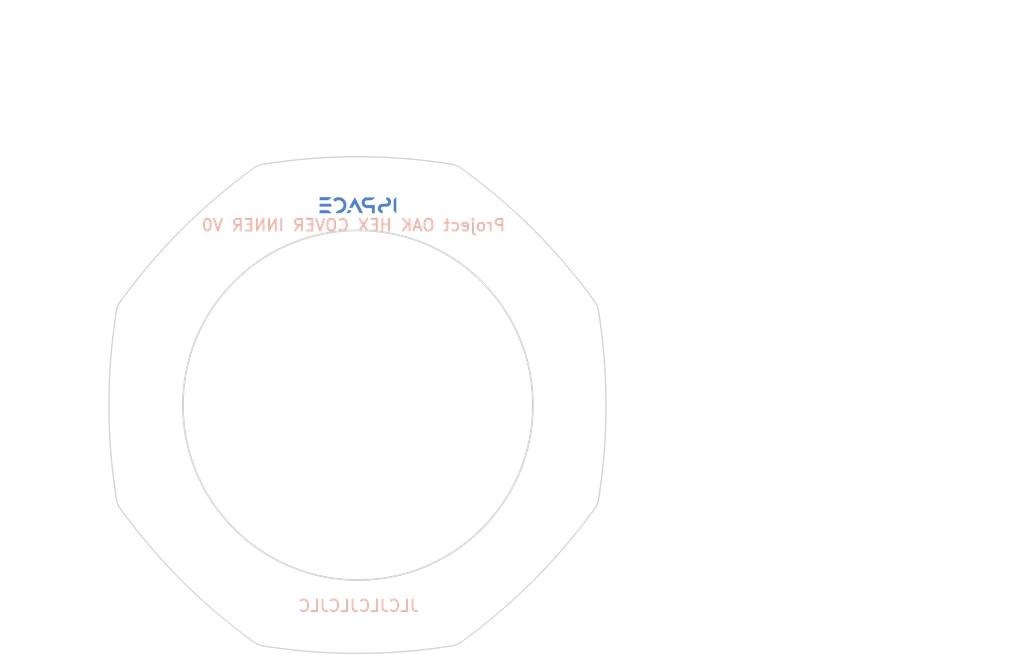
<source format=kicad_pcb>
(kicad_pcb (version 20171130) (host pcbnew "(5.1.6)-1")
  (title_block (title "Project OAK HEX COVER INNER V0") (date 2025-07-05) (rev A) (company iSPACE))
  (layers (0 F.Cu signal) (31 B.Cu signal) (34 B.Paste user hide) (35 F.Paste user hide) (36 B.SilkS user) (37 F.SilkS user) (38 B.Mask user) (39 F.Mask user) (44 Edge.Cuts user))
  (net 0 "")
  (module LOGO (layer F.Cu) (at 70.4596 93.472)
    (fp_text reference G*** hide)
    (fp_text value LOGO hide)
  )
  (module MountingHole:MountingHole_2.1mm (layer F.Cu) (at 87.63 86.36)
    (fp_text reference REF** hide)
    (fp_text value MountingHole_2.1mm hide)
    (pad "" np_thru_hole circle (at 0 0) (size 2.1 2.1) (drill 2.1) (layers *.Cu *.Mask))
  )
  (module MountingHole:MountingHole_2.1mm (layer F.Cu) (at 87.63 100.584)
    (fp_text reference REF** hide)
    (fp_text value MountingHole_2.1mm hide)
    (pad "" np_thru_hole circle (at 0 0) (size 2.1 2.1) (drill 2.1) (layers *.Cu *.Mask))
  )
  (module MountingHole:MountingHole_2.1mm (layer F.Cu) (at 77.5716 110.6424)
    (fp_text reference REF** hide)
    (fp_text value MountingHole_2.1mm hide)
    (pad "" np_thru_hole circle (at 0 0) (size 2.1 2.1) (drill 2.1) (layers *.Cu *.Mask))
  )
  (module MountingHole:MountingHole_2.1mm (layer F.Cu) (at 63.3476 110.6424)
    (fp_text reference REF** hide)
    (fp_text value MountingHole_2.1mm hide)
    (pad "" np_thru_hole circle (at 0 0) (size 2.1 2.1) (drill 2.1) (layers *.Cu *.Mask))
  )
  (module MountingHole:MountingHole_2.1mm (layer F.Cu) (at 53.2892 100.584)
    (fp_text reference REF** hide)
    (fp_text value MountingHole_2.1mm hide)
    (pad "" np_thru_hole circle (at 0 0) (size 2.1 2.1) (drill 2.1) (layers *.Cu *.Mask))
  )
  (module MountingHole:MountingHole_2.1mm (layer F.Cu) (at 53.2892 86.36)
    (fp_text reference REF** hide)
    (fp_text value MountingHole_2.1mm hide)
    (pad "" np_thru_hole circle (at 0 0) (size 2.1 2.1) (drill 2.1) (layers *.Cu *.Mask))
  )
  (module MountingHole:MountingHole_2.1mm (layer F.Cu) (at 63.3476 76.3016)
    (fp_text reference REF** hide)
    (fp_text value MountingHole_2.1mm hide)
    (pad "" np_thru_hole circle (at 0 0) (size 2.1 2.1) (drill 2.1) (layers *.Cu *.Mask))
  )
  (module MountingHole:MountingHole_2.1mm (layer F.Cu) (at 77.5716 76.3016)
    (fp_text reference REF** hide)
    (fp_text value MountingHole_2.1mm hide)
    (pad "" np_thru_hole circle (at 0 0) (size 2.1 2.1) (drill 2.1) (layers *.Cu *.Mask))
  )
  (module LOGO (layer F.Cu) (at 123.5456 93.98)
    (fp_text reference G*** hide)
    (fp_text value LOGO hide)
  )
  (module LOGO (layer F.Cu) (at 123.5456 93.98)
    (fp_text reference G*** hide)
    (fp_text value LOGO hide)
  )
  (module LOGO (layer F.Cu) (at 123.5456 93.98)
    (fp_text reference G*** hide)
    (fp_text value LOGO hide)
  )
  (module LOGO (layer B.Cu) (at 70.4596 76.3016 180)
    (fp_text reference G*** hide)
    (fp_text value LOGO hide)
  )
  (module LOGO (layer B.Cu) (at 70.4596 76.3016 180)
    (fp_text reference G*** hide)
    (fp_text value LOGO hide)
  )
  (module LOGO (layer B.Cu) (at 70.4596 76.3016 180)
    (fp_text reference G*** hide)
    (fp_text value LOGO hide)
  )
  (module LOGO (layer B.Cu) (at 70.4596 76.3016 180)
    (fp_text reference G*** hide)
    (fp_text value LOGO hide)
  )
  (module LOGO (layer B.Cu) (at 70.4596 76.3016 180)
    (fp_text reference G*** hide)
    (fp_text value LOGO hide)
  )
  (module LOGO (layer B.Cu) (at 70.4596 76.3016 180)
    (fp_text reference G*** hide)
    (fp_text value LOGO hide)
    (fp_poly (pts (xy -3.175 0.5715) (xy -3.070514 0.455084) (xy -3.071 -0.47625) (xy -3.175683 -0.592666) (xy -3.280366 -0.709083) (xy -3.279486 0.687917) (xy -3.175 0.5715)) (layer B.Cu) (width 0.01))
    (fp_poly (pts (xy -2.461962 0.654316) (xy -2.442655 0.641816) (xy -2.435326 0.608244) (xy -2.434167 0.543181) (xy -2.434167 0.53975) (xy -2.436869 0.470074) (xy -2.446549 0.434077) (xy -2.465567 0.423357) (xy -2.466879 0.423334) (xy -2.512004 0.405685) (xy -2.558075 0.362427) (xy -2.592589 0.308086) (xy -2.6035 0.264584) (xy -2.588825 0.211807) (xy -2.553334 0.159609) (xy -2.551546 0.157788) (xy -2.526299 0.135165) (xy -2.4986 0.120248) (xy -2.459462 0.111418) (xy -2.399895 0.107058) (xy -2.310914 0.105547) (xy -2.260504 0.105369) (xy -2.115805 0.100891) (xy -2.004761 0.086305) (xy -1.919349 0.058925) (xy -1.851545 0.016065) (xy -1.793326 -0.044961) (xy -1.786968 -0.053153) (xy -1.737039 -0.150338) (xy -1.714993 -0.265518) (xy -1.721929 -0.383906) (xy -1.755012 -0.483262) (xy -1.823728 -0.575141) (xy -1.920097 -0.646479) (xy -2.030861 -0.68762) (xy -2.037292 -0.688849) (xy -2.116667 -0.703211) (xy -2.116209 -0.579147) (xy -2.114481 -0.508818) (xy -2.106177 -0.467954) (xy -2.085621 -0.443695) (xy -2.047461 -0.423333) (xy -1.982443 -0.375893) (xy -1.953808 -0.3151) (xy -1.963871 -0.248256) (xy -1.982182 -0.217419) (xy -2.012482 -0.183008) (xy -2.048573 -0.159009) (xy -2.098417 -0.143498) (xy -2.169972 -0.134552) (xy -2.271198 -0.130247) (xy -2.347641 -0.129109) (xy -2.452168 -0.126921) (xy -2.52563 -0.121432) (xy -2.579275 -0.110706) (xy -2.624349 -0.092802) (xy -2.654785 -0.076158) (xy -2.748851 0.001861) (xy -2.809438 0.105054) (xy -2.835387 0.231255) (xy -2.836333 0.263225) (xy -2.825736 0.376581) (xy -2.790067 0.466306) (xy -2.723508 0.54647) (xy -2.716515 0.553039) (xy -2.634002 0.617734) (xy -2.557461 0.649909) (xy -2.499058 0.656167) (xy -2.461962 0.654316)) (layer B.Cu) (width 0.01))
    (fp_poly (pts (xy -0.916445 0.654957) (xy -0.794904 0.651561) (xy -0.696156 0.646328) (xy -0.627285 0.639607) (xy -0.599336 0.63374) (xy -0.510758 0.581269) (xy -0.43014 0.499195) (xy -0.368433 0.400144) (xy -0.346235 0.342013) (xy -0.324134 0.20512) (xy -0.342147 0.078179) (xy -0.401241 -0.044957) (xy -0.408668 -0.056153) (xy -0.46055 -0.124142) (xy -0.515534 -0.173981) (xy -0.581399 -0.20859) (xy -0.665926 -0.230891) (xy -0.776897 -0.243804) (xy -0.922091 -0.250249) (xy -0.926042 -0.250348) (xy -1.2065 -0.257279) (xy -1.2065 -0.6985) (xy -1.439333 -0.6985) (xy -1.439333 0) (xy -0.695244 0) (xy -0.633372 0.061872) (xy -0.58812 0.120779) (xy -0.572548 0.185754) (xy -0.572173 0.204747) (xy -0.581734 0.279257) (xy -0.614771 0.335758) (xy -0.676752 0.387264) (xy -0.70935 0.403746) (xy -0.755668 0.414541) (xy -0.824087 0.420666) (xy -0.922992 0.423139) (xy -0.973808 0.423334) (xy -1.21853 0.423334) (xy -1.3335 0.53975) (xy -1.448471 0.656167) (xy -1.053697 0.656167) (xy -0.916445 0.654957)) (layer B.Cu) (width 0.01))
    (fp_poly (pts (xy 1.745571 0.665007) (xy 1.813035 0.657643) (xy 1.868548 0.641462) (xy 1.927266 0.613264) (xy 1.941576 0.605432) (xy 2.008506 0.565021) (xy 2.064243 0.525573) (xy 2.088539 0.503998) (xy 2.106904 0.47969) (xy 2.107299 0.457236) (xy 2.085546 0.42629) (xy 2.037464 0.376504) (xy 1.948664 0.287704) (xy 1.900374 0.332942) (xy 1.808648 0.391714) (xy 1.698084 0.420836) (xy 1.581166 0.419137) (xy 1.470381 0.385443) (xy 1.450797 0.375181) (xy 1.347679 0.294588) (xy 1.27616 0.192206) (xy 1.237519 0.07579) (xy 1.233037 -0.046904) (xy 1.263994 -0.16812) (xy 1.33167 -0.280104) (xy 1.340851 -0.290888) (xy 1.406324 -0.350138) (xy 1.486121 -0.400961) (xy 1.564999 -0.434845) (xy 1.61512 -0.444035) (xy 1.651056 -0.455103) (xy 1.704523 -0.483157) (xy 1.76552 -0.52134) (xy 1.824043 -0.562798) (xy 1.870092 -0.600675) (xy 1.893663 -0.628113) (xy 1.894211 -0.635333) (xy 1.879919 -0.646728) (xy 1.847254 -0.657433) (xy 1.78863 -0.669266) (xy 1.696464 -0.684051) (xy 1.68275 -0.686116) (xy 1.636459 -0.686633) (xy 1.569906 -0.68045) (xy 1.542172 -0.676397) (xy 1.401283 -0.637579) (xy 1.276537 -0.567115) (xy 1.183074 -0.486193) (xy 1.087205 -0.366948) (xy 1.026693 -0.232912) (xy 0.999489 -0.078339) (xy 0.998513 0.03175) (xy 1.016423 0.182869) (xy 1.058926 0.308223) (xy 1.131001 0.419563) (xy 1.190335 0.484353) (xy 1.292335 0.571976) (xy 1.394768 0.628165) (xy 1.510588 0.658046) (xy 1.651 0.66675) (xy 1.745571 0.665007)) (layer B.Cu) (width 0.01))
    (fp_poly (pts (xy 3.280833 -0.6985) (xy 2.783417 -0.6985) (xy 2.617896 -0.697992) (xy 2.490734 -0.696327) (xy 2.397967 -0.693295) (xy 2.335632 -0.688685) (xy 2.299765 -0.682286) (xy 2.286401 -0.673887) (xy 2.286079 -0.672041) (xy 2.30158 -0.646808) (xy 2.342464 -0.604411) (xy 2.400426 -0.553322) (xy 2.410564 -0.545041) (xy 2.534971 -0.4445) (xy 3.280833 -0.4445) (xy 3.280833 -0.6985)) (layer B.Cu) (width 0.01))
    (fp_poly (pts (xy 0.281861 0.633073) (xy 0.312312 0.583928) (xy 0.355983 0.50723) (xy 0.409992 0.408121) (xy 0.471459 0.291744) (xy 0.513113 0.211101) (xy 0.740475 -0.232833) (xy 0.453934 -0.232833) (xy 0.271564 0.134887) (xy 0.066208 -0.265931) (xy -0.139148 -0.66675) (xy -0.427838 -0.67937) (xy -0.089283 -0.017681) (xy -0.010004 0.136438) (xy 0.063708 0.278145) (xy 0.129541 0.403123) (xy 0.185188 0.507054) (xy 0.228338 0.585619) (xy 0.256684 0.6345) (xy 0.267511 0.649521) (xy 0.281861 0.633073)) (layer B.Cu) (width 0.01))
    (fp_poly (pts (xy 0.899227 -0.549629) (xy 0.928497 -0.609261) (xy 0.947847 -0.652264) (xy 0.9525 -0.666046) (xy 0.933212 -0.671857) (xy 0.882849 -0.675932) (xy 0.81828 -0.677333) (xy 0.684061 -0.677333) (xy 0.62778 -0.573927) (xy 0.596808 -0.514859) (xy 0.576367 -0.471729) (xy 0.5715 -0.45751) (xy 0.590807 -0.450876) (xy 0.641313 -0.446189) (xy 0.708727 -0.4445) (xy 0.845953 -0.4445) (xy 0.899227 -0.549629)) (layer B.Cu) (width 0.01))
    (fp_poly (pts (xy 3.280833 -0.127) (xy 2.286 -0.127) (xy 2.286 0.105834) (xy 3.280833 0.105834) (xy 3.280833 -0.127)) (layer B.Cu) (width 0.01))
    (fp_poly (pts (xy 3.280833 0.423334) (xy 2.529417 0.424984) (xy 2.40742 0.535284) (xy 2.349687 0.589418) (xy 2.306789 0.633333) (xy 2.286411 0.659062) (xy 2.285712 0.661459) (xy 2.305987 0.665928) (xy 2.362745 0.669911) (xy 2.450135 0.67322) (xy 2.562307 0.675669) (xy 2.693412 0.677072) (xy 2.783417 0.677334) (xy 3.280833 0.677334) (xy 3.280833 0.423334)) (layer B.Cu) (width 0.01))
  )
  (module LOGO (layer B.Cu) (at 70.4596 76.3016 180)
    (fp_text reference G*** hide)
    (fp_text value LOGO hide)
  )
  (gr_circle (center 70.4596 93.472) (end 85.4596 93.472) (layer Edge.Cuts) (width 0.15))
  (gr_text JLCJLCJLCJLC (at 70.5231 110.6805) (layer B.SilkS) (effects (font (size 1 1)) (justify mirror)))
  (gr_text "Project OAK HEX COVER INNER V0" (at 70.0786 78.0288) (layer B.SilkS) (effects (font (size 1 1) (thickness 0.16)) (justify mirror)))
  (gr_line (start 70.406467 72.153422) (end 69.888943 72.156411) (layer Edge.Cuts) (width 0.1))
  (gr_line (start 69.888943 72.156411) (end 69.371472 72.164666) (layer Edge.Cuts) (width 0.1))
  (gr_line (start 69.371472 72.164666) (end 68.854053 72.178134) (layer Edge.Cuts) (width 0.1))
  (gr_line (start 68.854053 72.178134) (end 68.33674 72.196866) (layer Edge.Cuts) (width 0.1))
  (gr_line (start 68.33674 72.196866) (end 67.819586 72.220837) (layer Edge.Cuts) (width 0.1))
  (gr_line (start 67.819586 72.220837) (end 67.302644 72.250047) (layer Edge.Cuts) (width 0.1))
  (gr_line (start 67.302644 72.250047) (end 66.78594 72.284496) (layer Edge.Cuts) (width 0.1))
  (gr_line (start 66.78594 72.284496) (end 66.2695 72.324184) (layer Edge.Cuts) (width 0.1))
  (gr_line (start 66.2695 72.324184) (end 65.753405 72.36911) (layer Edge.Cuts) (width 0.1))
  (gr_line (start 65.753405 72.36911) (end 65.237653 72.419275) (layer Edge.Cuts) (width 0.1))
  (gr_line (start 65.237653 72.419275) (end 64.722325 72.474705) (layer Edge.Cuts) (width 0.1))
  (gr_line (start 64.722325 72.474705) (end 64.20742 72.535347) (layer Edge.Cuts) (width 0.1))
  (gr_line (start 64.20742 72.535347) (end 63.693044 72.601255) (layer Edge.Cuts) (width 0.1))
  (gr_line (start 63.693044 72.601255) (end 63.179171 72.672375) (layer Edge.Cuts) (width 0.1))
  (gr_line (start 63.179171 72.672375) (end 62.665906 72.74876) (layer Edge.Cuts) (width 0.1))
  (gr_line (start 62.665906 72.74876) (end 62.153224 72.830384) (layer Edge.Cuts) (width 0.1))
  (gr_line (start 62.153224 72.830384) (end 62.133089 72.831416) (layer Edge.Cuts) (width 0.1))
  (gr_line (start 62.133089 72.831416) (end 62.109832 72.839168) (layer Edge.Cuts) (width 0.1))
  (gr_line (start 62.109832 72.839168) (end 61.687637 73.014851) (layer Edge.Cuts) (width 0.1))
  (gr_line (start 61.687637 73.014851) (end 61.660227 73.032949) (layer Edge.Cuts) (width 0.1))
  (gr_line (start 61.660227 73.032949) (end 61.658163 73.03451) (layer Edge.Cuts) (width 0.1))
  (gr_line (start 61.658163 73.03451) (end 61.238031 73.340129) (layer Edge.Cuts) (width 0.1))
  (gr_line (start 61.238031 73.340129) (end 60.821154 73.64985) (layer Edge.Cuts) (width 0.1))
  (gr_line (start 60.821154 73.64985) (end 60.407611 73.963699) (layer Edge.Cuts) (width 0.1))
  (gr_line (start 60.407611 73.963699) (end 59.997375 74.281622) (layer Edge.Cuts) (width 0.1))
  (gr_line (start 59.997375 74.281622) (end 59.590526 74.603593) (layer Edge.Cuts) (width 0.1))
  (gr_line (start 59.590526 74.603593) (end 59.18709 74.929585) (layer Edge.Cuts) (width 0.1))
  (gr_line (start 59.18709 74.929585) (end 58.787067 75.259547) (layer Edge.Cuts) (width 0.1))
  (gr_line (start 58.787067 75.259547) (end 58.390483 75.593503) (layer Edge.Cuts) (width 0.1))
  (gr_line (start 58.390483 75.593503) (end 57.997419 75.931376) (layer Edge.Cuts) (width 0.1))
  (gr_line (start 57.997419 75.931376) (end 57.607847 76.273164) (layer Edge.Cuts) (width 0.1))
  (gr_line (start 57.607847 76.273164) (end 57.22182 76.618815) (layer Edge.Cuts) (width 0.1))
  (gr_line (start 57.22182 76.618815) (end 56.839366 76.96833) (layer Edge.Cuts) (width 0.1))
  (gr_line (start 56.839366 76.96833) (end 56.460509 77.321654) (layer Edge.Cuts) (width 0.1))
  (gr_line (start 56.460509 77.321654) (end 56.085277 77.678788) (layer Edge.Cuts) (width 0.1))
  (gr_line (start 56.085277 77.678788) (end 55.713697 78.039679) (layer Edge.Cuts) (width 0.1))
  (gr_line (start 55.713697 78.039679) (end 55.345821 78.404301) (layer Edge.Cuts) (width 0.1))
  (gr_line (start 55.345821 78.404301) (end 54.981649 78.772627) (layer Edge.Cuts) (width 0.1))
  (gr_line (start 54.981649 78.772627) (end 54.621234 79.144657) (layer Edge.Cuts) (width 0.1))
  (gr_line (start 54.621234 79.144657) (end 54.264576 79.520338) (layer Edge.Cuts) (width 0.1))
  (gr_line (start 54.264576 79.520338) (end 53.911728 79.899618) (layer Edge.Cuts) (width 0.1))
  (gr_line (start 53.911728 79.899618) (end 53.56269 80.282523) (layer Edge.Cuts) (width 0.1))
  (gr_line (start 53.56269 80.282523) (end 53.217542 80.668973) (layer Edge.Cuts) (width 0.1))
  (gr_line (start 53.217542 80.668973) (end 52.876256 81.058994) (layer Edge.Cuts) (width 0.1))
  (gr_line (start 52.876256 81.058994) (end 52.538886 81.452509) (layer Edge.Cuts) (width 0.1))
  (gr_line (start 52.538886 81.452509) (end 52.205485 81.849489) (layer Edge.Cuts) (width 0.1))
  (gr_line (start 52.205485 81.849489) (end 51.876053 82.249962) (layer Edge.Cuts) (width 0.1))
  (gr_line (start 51.876053 82.249962) (end 51.550611 82.653848) (layer Edge.Cuts) (width 0.1))
  (gr_line (start 51.550611 82.653848) (end 51.229206 83.06112) (layer Edge.Cuts) (width 0.1))
  (gr_line (start 51.229206 83.06112) (end 50.911862 83.47178) (layer Edge.Cuts) (width 0.1))
  (gr_line (start 50.911862 83.47178) (end 50.598607 83.885773) (layer Edge.Cuts) (width 0.1))
  (gr_line (start 50.598607 83.885773) (end 50.28947 84.3031) (layer Edge.Cuts) (width 0.1))
  (gr_line (start 50.28947 84.3031) (end 49.98448 84.723681) (layer Edge.Cuts) (width 0.1))
  (gr_line (start 49.98448 84.723681) (end 49.980864 84.729369) (layer Edge.Cuts) (width 0.1))
  (gr_line (start 49.980864 84.729369) (end 49.964843 84.755219) (layer Edge.Cuts) (width 0.1))
  (gr_line (start 49.964843 84.755219) (end 49.79121 85.176885) (layer Edge.Cuts) (width 0.1))
  (gr_line (start 49.79121 85.176885) (end 49.784493 85.210487) (layer Edge.Cuts) (width 0.1))
  (gr_line (start 49.784493 85.210487) (end 49.783458 85.214085) (layer Edge.Cuts) (width 0.1))
  (gr_line (start 49.783458 85.214085) (end 49.702467 85.727297) (layer Edge.Cuts) (width 0.1))
  (gr_line (start 49.702467 85.727297) (end 49.626722 86.241064) (layer Edge.Cuts) (width 0.1))
  (gr_line (start 49.626722 86.241064) (end 49.556226 86.755414) (layer Edge.Cuts) (width 0.1))
  (gr_line (start 49.556226 86.755414) (end 49.49098 87.270266) (layer Edge.Cuts) (width 0.1))
  (gr_line (start 49.49098 87.270266) (end 49.430981 87.78562) (layer Edge.Cuts) (width 0.1))
  (gr_line (start 49.430981 87.78562) (end 49.376233 88.301372) (layer Edge.Cuts) (width 0.1))
  (gr_line (start 49.376233 88.301372) (end 49.326731 88.817547) (layer Edge.Cuts) (width 0.1))
  (gr_line (start 49.326731 88.817547) (end 49.282479 89.334066) (layer Edge.Cuts) (width 0.1))
  (gr_line (start 49.282479 89.334066) (end 49.243476 89.850902) (layer Edge.Cuts) (width 0.1))
  (gr_line (start 49.243476 89.850902) (end 49.209723 90.36803) (layer Edge.Cuts) (width 0.1))
  (gr_line (start 49.209723 90.36803) (end 49.181218 90.885369) (layer Edge.Cuts) (width 0.1))
  (gr_line (start 49.181218 90.885369) (end 49.157963 91.40292) (layer Edge.Cuts) (width 0.1))
  (gr_line (start 49.157963 91.40292) (end 49.139957 91.920629) (layer Edge.Cuts) (width 0.1))
  (gr_line (start 49.139957 91.920629) (end 49.1272 92.438445) (layer Edge.Cuts) (width 0.1))
  (gr_line (start 49.1272 92.438445) (end 49.119694 92.95626) (layer Edge.Cuts) (width 0.1))
  (gr_line (start 49.119694 92.95626) (end 49.117436 93.474314) (layer Edge.Cuts) (width 0.1))
  (gr_line (start 49.117436 93.474314) (end 49.120429 93.992103) (layer Edge.Cuts) (width 0.1))
  (gr_line (start 49.120429 93.992103) (end 49.128671 94.510156) (layer Edge.Cuts) (width 0.1))
  (gr_line (start 49.128671 94.510156) (end 49.142163 95.027945) (layer Edge.Cuts) (width 0.1))
  (gr_line (start 49.142163 95.027945) (end 49.160905 95.545469) (layer Edge.Cuts) (width 0.1))
  (gr_line (start 49.160905 95.545469) (end 49.184897 96.062994) (layer Edge.Cuts) (width 0.1))
  (gr_line (start 49.184897 96.062994) (end 49.21414 96.580518) (layer Edge.Cuts) (width 0.1))
  (gr_line (start 49.21414 96.580518) (end 49.248632 97.097513) (layer Edge.Cuts) (width 0.1))
  (gr_line (start 49.248632 97.097513) (end 49.288375 97.614244) (layer Edge.Cuts) (width 0.1))
  (gr_line (start 49.288375 97.614244) (end 49.333369 98.13071) (layer Edge.Cuts) (width 0.1))
  (gr_line (start 49.333369 98.13071) (end 49.383612 98.646911) (layer Edge.Cuts) (width 0.1))
  (gr_line (start 49.383612 98.646911) (end 49.439109 99.162584) (layer Edge.Cuts) (width 0.1))
  (gr_line (start 49.439109 99.162584) (end 49.499854 99.677727) (layer Edge.Cuts) (width 0.1))
  (gr_line (start 49.499854 99.677727) (end 49.565849 100.192605) (layer Edge.Cuts) (width 0.1))
  (gr_line (start 49.565849 100.192605) (end 49.637096 100.70669) (layer Edge.Cuts) (width 0.1))
  (gr_line (start 49.637096 100.70669) (end 49.713595 101.22051) (layer Edge.Cuts) (width 0.1))
  (gr_line (start 49.713595 101.22051) (end 49.795343 101.733537) (layer Edge.Cuts) (width 0.1))
  (gr_line (start 49.795343 101.733537) (end 49.803095 101.768726) (layer Edge.Cuts) (width 0.1))
  (gr_line (start 49.803095 101.768726) (end 49.978794 102.188884) (layer Edge.Cuts) (width 0.1))
  (gr_line (start 49.978794 102.188884) (end 49.993265 102.21349) (layer Edge.Cuts) (width 0.1))
  (gr_line (start 49.993265 102.21349) (end 49.998432 102.221692) (layer Edge.Cuts) (width 0.1))
  (gr_line (start 49.998432 102.221692) (end 50.304041 102.64185) (layer Edge.Cuts) (width 0.1))
  (gr_line (start 50.304041 102.64185) (end 50.61378 103.058833) (layer Edge.Cuts) (width 0.1))
  (gr_line (start 50.61378 103.058833) (end 50.927626 103.472376) (layer Edge.Cuts) (width 0.1))
  (gr_line (start 50.927626 103.472376) (end 51.245546 103.88248) (layer Edge.Cuts) (width 0.1))
  (gr_line (start 51.245546 103.88248) (end 51.567512 104.289408) (layer Edge.Cuts) (width 0.1))
  (gr_line (start 51.567512 104.289408) (end 51.893489 104.692897) (layer Edge.Cuts) (width 0.1))
  (gr_line (start 51.893489 104.692897) (end 52.223477 105.092947) (layer Edge.Cuts) (width 0.1))
  (gr_line (start 52.223477 105.092947) (end 52.557407 105.489557) (layer Edge.Cuts) (width 0.1))
  (gr_line (start 52.557407 105.489557) (end 52.895306 105.882463) (layer Edge.Cuts) (width 0.1))
  (gr_line (start 52.895306 105.882463) (end 53.237068 106.272193) (layer Edge.Cuts) (width 0.1))
  (gr_line (start 53.237068 106.272193) (end 53.582746 106.65822) (layer Edge.Cuts) (width 0.1))
  (gr_line (start 53.582746 106.65822) (end 53.93226 107.040542) (layer Edge.Cuts) (width 0.1))
  (gr_line (start 53.93226 107.040542) (end 54.285584 107.419425) (layer Edge.Cuts) (width 0.1))
  (gr_line (start 54.285584 107.419425) (end 54.642718 107.794604) (layer Edge.Cuts) (width 0.1))
  (gr_line (start 54.642718 107.794604) (end 55.003609 108.166343) (layer Edge.Cuts) (width 0.1))
  (gr_line (start 55.003609 108.166343) (end 55.368231 108.534113) (layer Edge.Cuts) (width 0.1))
  (gr_line (start 55.368231 108.534113) (end 55.736584 108.89818) (layer Edge.Cuts) (width 0.1))
  (gr_line (start 55.736584 108.89818) (end 56.108587 109.258806) (layer Edge.Cuts) (width 0.1))
  (gr_line (start 56.108587 109.258806) (end 56.484269 109.615464) (layer Edge.Cuts) (width 0.1))
  (gr_line (start 56.484269 109.615464) (end 56.863575 109.968153) (layer Edge.Cuts) (width 0.1))
  (gr_line (start 56.863575 109.968153) (end 57.246453 110.317138) (layer Edge.Cuts) (width 0.1))
  (gr_line (start 57.246453 110.317138) (end 57.632929 110.662419) (layer Edge.Cuts) (width 0.1))
  (gr_line (start 57.632929 110.662419) (end 58.022925 111.003731) (layer Edge.Cuts) (width 0.1))
  (gr_line (start 58.022925 111.003731) (end 58.416439 111.341074) (layer Edge.Cuts) (width 0.1))
  (gr_line (start 58.416439 111.341074) (end 58.813446 111.674449) (layer Edge.Cuts) (width 0.1))
  (gr_line (start 58.813446 111.674449) (end 59.213892 112.003855) (layer Edge.Cuts) (width 0.1))
  (gr_line (start 59.213892 112.003855) (end 59.617778 112.329292) (layer Edge.Cuts) (width 0.1))
  (gr_line (start 59.617778 112.329292) (end 60.025077 112.65076) (layer Edge.Cuts) (width 0.1))
  (gr_line (start 60.025077 112.65076) (end 60.43571 112.967995) (layer Edge.Cuts) (width 0.1))
  (gr_line (start 60.43571 112.967995) (end 60.849729 113.281262) (layer Edge.Cuts) (width 0.1))
  (gr_line (start 60.849729 113.281262) (end 61.26703 113.590559) (layer Edge.Cuts) (width 0.1))
  (gr_line (start 61.26703 113.590559) (end 61.687637 113.895359) (layer Edge.Cuts) (width 0.1))
  (gr_line (start 61.687637 113.895359) (end 61.713461 113.908852) (layer Edge.Cuts) (width 0.1))
  (gr_line (start 61.713461 113.908852) (end 61.714492 113.909382) (layer Edge.Cuts) (width 0.1))
  (gr_line (start 61.714492 113.909382) (end 61.719149 113.911498) (layer Edge.Cuts) (width 0.1))
  (gr_line (start 61.719149 113.911498) (end 62.140815 114.087181) (layer Edge.Cuts) (width 0.1))
  (gr_line (start 62.140815 114.087181) (end 62.167194 114.09459) (layer Edge.Cuts) (width 0.1))
  (gr_line (start 62.167194 114.09459) (end 62.168226 114.09459) (layer Edge.Cuts) (width 0.1))
  (gr_line (start 62.168226 114.09459) (end 62.178042 114.097236) (layer Edge.Cuts) (width 0.1))
  (gr_line (start 62.178042 114.097236) (end 62.691227 114.178198) (layer Edge.Cuts) (width 0.1))
  (gr_line (start 62.691227 114.178198) (end 63.205021 114.253869) (layer Edge.Cuts) (width 0.1))
  (gr_line (start 63.205021 114.253869) (end 63.719344 114.324512) (layer Edge.Cuts) (width 0.1))
  (gr_line (start 63.719344 114.324512) (end 64.234222 114.3896) (layer Edge.Cuts) (width 0.1))
  (gr_line (start 64.234222 114.3896) (end 64.749551 114.44966) (layer Edge.Cuts) (width 0.1))
  (gr_line (start 64.749551 114.44966) (end 65.265329 114.504429) (layer Edge.Cuts) (width 0.1))
  (gr_line (start 65.265329 114.504429) (end 65.781477 114.553906) (layer Edge.Cuts) (width 0.1))
  (gr_line (start 65.781477 114.553906) (end 66.297996 114.598091) (layer Edge.Cuts) (width 0.1))
  (gr_line (start 66.297996 114.598091) (end 66.814859 114.637249) (layer Edge.Cuts) (width 0.1))
  (gr_line (start 66.814859 114.637249) (end 67.33196 114.670851) (layer Edge.Cuts) (width 0.1))
  (gr_line (start 67.33196 114.670851) (end 67.849326 114.699426) (layer Edge.Cuts) (width 0.1))
  (gr_line (start 67.849326 114.699426) (end 68.366876 114.72271) (layer Edge.Cuts) (width 0.1))
  (gr_line (start 68.366876 114.72271) (end 68.884559 114.740701) (layer Edge.Cuts) (width 0.1))
  (gr_line (start 68.884559 114.740701) (end 69.402401 114.753401) (layer Edge.Cuts) (width 0.1))
  (gr_line (start 69.402401 114.753401) (end 69.920296 114.76081) (layer Edge.Cuts) (width 0.1))
  (gr_line (start 69.920296 114.76081) (end 70.438217 114.763191) (layer Edge.Cuts) (width 0.1))
  (gr_line (start 70.438217 114.763191) (end 70.956165 114.760281) (layer Edge.Cuts) (width 0.1))
  (gr_line (start 70.956165 114.760281) (end 71.474033 114.752078) (layer Edge.Cuts) (width 0.1))
  (gr_line (start 71.474033 114.752078) (end 71.991849 114.738585) (layer Edge.Cuts) (width 0.1))
  (gr_line (start 71.991849 114.738585) (end 72.509505 114.719799) (layer Edge.Cuts) (width 0.1))
  (gr_line (start 72.509505 114.719799) (end 73.02703 114.695722) (layer Edge.Cuts) (width 0.1))
  (gr_line (start 73.02703 114.695722) (end 73.544342 114.666618) (layer Edge.Cuts) (width 0.1))
  (gr_line (start 73.544342 114.666618) (end 74.061417 114.631958) (layer Edge.Cuts) (width 0.1))
  (gr_line (start 74.061417 114.631958) (end 74.5782 114.59227) (layer Edge.Cuts) (width 0.1))
  (gr_line (start 74.5782 114.59227) (end 75.09464 114.547291) (layer Edge.Cuts) (width 0.1))
  (gr_line (start 75.09464 114.547291) (end 75.610762 114.49702) (layer Edge.Cuts) (width 0.1))
  (gr_line (start 75.610762 114.49702) (end 76.126434 114.441458) (layer Edge.Cuts) (width 0.1))
  (gr_line (start 76.126434 114.441458) (end 76.641577 114.380868) (layer Edge.Cuts) (width 0.1))
  (gr_line (start 76.641577 114.380868) (end 77.156456 114.314723) (layer Edge.Cuts) (width 0.1))
  (gr_line (start 77.156456 114.314723) (end 77.670805 114.24355) (layer Edge.Cuts) (width 0.1))
  (gr_line (start 77.670805 114.24355) (end 78.184361 114.167085) (layer Edge.Cuts) (width 0.1))
  (gr_line (start 78.184361 114.167085) (end 78.697387 114.085329) (layer Edge.Cuts) (width 0.1))
  (gr_line (start 78.697387 114.085329) (end 78.711939 114.081625) (layer Edge.Cuts) (width 0.1))
  (gr_line (start 78.711939 114.081625) (end 78.712469 114.081625) (layer Edge.Cuts) (width 0.1))
  (gr_line (start 78.712469 114.081625) (end 78.732577 114.07554) (layer Edge.Cuts) (width 0.1))
  (gr_line (start 78.732577 114.07554) (end 79.154322 113.899857) (layer Edge.Cuts) (width 0.1))
  (gr_line (start 79.154322 113.899857) (end 79.16517 113.894565) (layer Edge.Cuts) (width 0.1))
  (gr_line (start 79.16517 113.894565) (end 79.166758 113.893507) (layer Edge.Cuts) (width 0.1))
  (gr_line (start 79.166758 113.893507) (end 79.187924 113.88213) (layer Edge.Cuts) (width 0.1))
  (gr_line (start 79.187924 113.88213) (end 79.608082 113.576536) (layer Edge.Cuts) (width 0.1))
  (gr_line (start 79.608082 113.576536) (end 80.0248 113.266709) (layer Edge.Cuts) (width 0.1))
  (gr_line (start 80.0248 113.266709) (end 80.438343 112.952914) (layer Edge.Cuts) (width 0.1))
  (gr_line (start 80.438343 112.952914) (end 80.848712 112.63515) (layer Edge.Cuts) (width 0.1))
  (gr_line (start 80.848712 112.63515) (end 81.255376 112.313152) (layer Edge.Cuts) (width 0.1))
  (gr_line (start 81.255376 112.313152) (end 81.658865 111.987186) (layer Edge.Cuts) (width 0.1))
  (gr_line (start 81.658865 111.987186) (end 82.05865 111.657251) (layer Edge.Cuts) (width 0.1))
  (gr_line (start 82.05865 111.657251) (end 82.45526 111.323083) (layer Edge.Cuts) (width 0.1))
  (gr_line (start 82.45526 111.323083) (end 82.848165 110.98521) (layer Edge.Cuts) (width 0.1))
  (gr_line (start 82.848165 110.98521) (end 83.237632 110.643634) (layer Edge.Cuts) (width 0.1))
  (gr_line (start 83.237632 110.643634) (end 83.623658 110.297824) (layer Edge.Cuts) (width 0.1))
  (gr_line (start 83.623658 110.297824) (end 84.005981 109.948309) (layer Edge.Cuts) (width 0.1))
  (gr_line (start 84.005981 109.948309) (end 84.384864 109.595091) (layer Edge.Cuts) (width 0.1))
  (gr_line (start 84.384864 109.595091) (end 84.760042 109.237904) (layer Edge.Cuts) (width 0.1))
  (gr_line (start 84.760042 109.237904) (end 85.131517 108.877013) (layer Edge.Cuts) (width 0.1))
  (gr_line (start 85.131517 108.877013) (end 85.499287 108.512418) (layer Edge.Cuts) (width 0.1))
  (gr_line (start 85.499287 108.512418) (end 85.863353 108.144118) (layer Edge.Cuts) (width 0.1))
  (gr_line (start 85.863353 108.144118) (end 86.223715 107.772114) (layer Edge.Cuts) (width 0.1))
  (gr_line (start 86.223715 107.772114) (end 86.580109 107.396406) (layer Edge.Cuts) (width 0.1))
  (gr_line (start 86.580109 107.396406) (end 86.932798 107.016994) (layer Edge.Cuts) (width 0.1))
  (gr_line (start 86.932798 107.016994) (end 87.281783 106.634143) (layer Edge.Cuts) (width 0.1))
  (gr_line (start 87.281783 106.634143) (end 87.626799 106.247587) (layer Edge.Cuts) (width 0.1))
  (gr_line (start 87.626799 106.247587) (end 87.968111 105.857592) (layer Edge.Cuts) (width 0.1))
  (gr_line (start 87.968111 105.857592) (end 88.305454 105.464157) (layer Edge.Cuts) (width 0.1))
  (gr_line (start 88.305454 105.464157) (end 88.638829 105.067282) (layer Edge.Cuts) (width 0.1))
  (gr_line (start 88.638829 105.067282) (end 88.968235 104.666704) (layer Edge.Cuts) (width 0.1))
  (gr_line (start 88.968235 104.666704) (end 89.293407 104.26295) (layer Edge.Cuts) (width 0.1))
  (gr_line (start 89.293407 104.26295) (end 89.614876 103.855492) (layer Edge.Cuts) (width 0.1))
  (gr_line (start 89.614876 103.855492) (end 89.932111 103.444859) (layer Edge.Cuts) (width 0.1))
  (gr_line (start 89.932111 103.444859) (end 90.245377 103.030787) (layer Edge.Cuts) (width 0.1))
  (gr_line (start 90.245377 103.030787) (end 90.55441 102.61354) (layer Edge.Cuts) (width 0.1))
  (gr_line (start 90.55441 102.61354) (end 90.859474 102.193117) (layer Edge.Cuts) (width 0.1))
  (gr_line (start 90.859474 102.193117) (end 90.872439 102.168776) (layer Edge.Cuts) (width 0.1))
  (gr_line (start 90.872439 102.168776) (end 90.877201 102.159515) (layer Edge.Cuts) (width 0.1))
  (gr_line (start 90.877201 102.159515) (end 91.051297 101.73777) (layer Edge.Cuts) (width 0.1))
  (gr_line (start 91.051297 101.73777) (end 91.053413 101.730891) (layer Edge.Cuts) (width 0.1))
  (gr_line (start 91.053413 101.730891) (end 91.062674 101.70258) (layer Edge.Cuts) (width 0.1))
  (gr_line (start 91.062674 101.70258) (end 91.143636 101.189289) (layer Edge.Cuts) (width 0.1))
  (gr_line (start 91.143636 101.189289) (end 91.219307 100.675469) (layer Edge.Cuts) (width 0.1))
  (gr_line (start 91.219307 100.675469) (end 91.289951 100.16112) (layer Edge.Cuts) (width 0.1))
  (gr_line (start 91.289951 100.16112) (end 91.355038 99.646506) (layer Edge.Cuts) (width 0.1))
  (gr_line (start 91.355038 99.646506) (end 91.415098 99.131098) (layer Edge.Cuts) (width 0.1))
  (gr_line (start 91.415098 99.131098) (end 91.469603 98.615161) (layer Edge.Cuts) (width 0.1))
  (gr_line (start 91.469603 98.615161) (end 91.51908 98.099224) (layer Edge.Cuts) (width 0.1))
  (gr_line (start 91.51908 98.099224) (end 91.563265 97.582494) (layer Edge.Cuts) (width 0.1))
  (gr_line (start 91.563265 97.582494) (end 91.602423 97.065763) (layer Edge.Cuts) (width 0.1))
  (gr_line (start 91.602423 97.065763) (end 91.636025 96.548503) (layer Edge.Cuts) (width 0.1))
  (gr_line (start 91.636025 96.548503) (end 91.664336 96.031244) (layer Edge.Cuts) (width 0.1))
  (gr_line (start 91.664336 96.031244) (end 91.687619 95.513719) (layer Edge.Cuts) (width 0.1))
  (gr_line (start 91.687619 95.513719) (end 91.705611 94.99593) (layer Edge.Cuts) (width 0.1))
  (gr_line (start 91.705611 94.99593) (end 91.718311 94.478141) (layer Edge.Cuts) (width 0.1))
  (gr_line (start 91.718311 94.478141) (end 91.725719 93.960353) (layer Edge.Cuts) (width 0.1))
  (gr_line (start 91.725719 93.960353) (end 91.727836 93.442299) (layer Edge.Cuts) (width 0.1))
  (gr_line (start 91.727836 93.442299) (end 91.724925 92.92451) (layer Edge.Cuts) (width 0.1))
  (gr_line (start 91.724925 92.92451) (end 91.716458 92.406536) (layer Edge.Cuts) (width 0.1))
  (gr_line (start 91.716458 92.406536) (end 91.702965 91.888747) (layer Edge.Cuts) (width 0.1))
  (gr_line (start 91.702965 91.888747) (end 91.684179 91.371064) (layer Edge.Cuts) (width 0.1))
  (gr_line (start 91.684179 91.371064) (end 91.660102 90.853566) (layer Edge.Cuts) (width 0.1))
  (gr_line (start 91.660102 90.853566) (end 91.630734 90.336253) (layer Edge.Cuts) (width 0.1))
  (gr_line (start 91.630734 90.336253) (end 91.596338 89.819179) (layer Edge.Cuts) (width 0.1))
  (gr_line (start 91.596338 89.819179) (end 91.556386 89.302395) (layer Edge.Cuts) (width 0.1))
  (gr_line (start 91.556386 89.302395) (end 91.511407 88.785929) (layer Edge.Cuts) (width 0.1))
  (gr_line (start 91.511407 88.785929) (end 91.461136 88.26986) (layer Edge.Cuts) (width 0.1))
  (gr_line (start 91.461136 88.26986) (end 91.405573 87.754161) (layer Edge.Cuts) (width 0.1))
  (gr_line (start 91.405573 87.754161) (end 91.344719 87.238912) (layer Edge.Cuts) (width 0.1))
  (gr_line (start 91.344719 87.238912) (end 91.278838 86.72414) (layer Edge.Cuts) (width 0.1))
  (gr_line (start 91.278838 86.72414) (end 91.207401 86.209923) (layer Edge.Cuts) (width 0.1))
  (gr_line (start 91.207401 86.209923) (end 91.130936 85.696235) (layer Edge.Cuts) (width 0.1))
  (gr_line (start 91.130936 85.696235) (end 91.04918 85.183182) (layer Edge.Cuts) (width 0.1))
  (gr_line (start 91.04918 85.183182) (end 91.045211 85.167148) (layer Edge.Cuts) (width 0.1))
  (gr_line (start 91.045211 85.167148) (end 91.045211 85.166116) (layer Edge.Cuts) (width 0.1))
  (gr_line (start 91.045211 85.166116) (end 91.039391 85.145982) (layer Edge.Cuts) (width 0.1))
  (gr_line (start 91.039391 85.145982) (end 90.863707 84.723786) (layer Edge.Cuts) (width 0.1))
  (gr_line (start 90.863707 84.723786) (end 90.849685 84.70053) (layer Edge.Cuts) (width 0.1))
  (gr_line (start 90.849685 84.70053) (end 90.849155 84.699498) (layer Edge.Cuts) (width 0.1))
  (gr_line (start 90.849155 84.699498) (end 90.846245 84.694841) (layer Edge.Cuts) (width 0.1))
  (gr_line (start 90.846245 84.694841) (end 90.540387 84.274683) (layer Edge.Cuts) (width 0.1))
  (gr_line (start 90.540387 84.274683) (end 90.230825 83.857806) (layer Edge.Cuts) (width 0.1))
  (gr_line (start 90.230825 83.857806) (end 89.917029 83.444237) (layer Edge.Cuts) (width 0.1))
  (gr_line (start 89.917029 83.444237) (end 89.599001 83.034001) (layer Edge.Cuts) (width 0.1))
  (gr_line (start 89.599001 83.034001) (end 89.277003 82.627151) (layer Edge.Cuts) (width 0.1))
  (gr_line (start 89.277003 82.627151) (end 88.951037 82.223715) (layer Edge.Cuts) (width 0.1))
  (gr_line (start 88.951037 82.223715) (end 88.620837 81.823666) (layer Edge.Cuts) (width 0.1))
  (gr_line (start 88.620837 81.823666) (end 88.286934 81.427109) (layer Edge.Cuts) (width 0.1))
  (gr_line (start 88.286934 81.427109) (end 87.949061 81.034018) (layer Edge.Cuts) (width 0.1))
  (gr_line (start 87.949061 81.034018) (end 87.60722 80.644446) (layer Edge.Cuts) (width 0.1))
  (gr_line (start 87.60722 80.644446) (end 87.261674 80.258419) (layer Edge.Cuts) (width 0.1))
  (gr_line (start 87.261674 80.258419) (end 86.91216 79.875964) (layer Edge.Cuts) (width 0.1))
  (gr_line (start 86.91216 79.875964) (end 86.558677 79.497108) (layer Edge.Cuts) (width 0.1))
  (gr_line (start 86.558677 79.497108) (end 86.20149 79.121876) (layer Edge.Cuts) (width 0.1))
  (gr_line (start 86.20149 79.121876) (end 85.840599 78.750296) (layer Edge.Cuts) (width 0.1))
  (gr_line (start 85.840599 78.750296) (end 85.476004 78.38242) (layer Edge.Cuts) (width 0.1))
  (gr_line (start 85.476004 78.38242) (end 85.107704 78.018248) (layer Edge.Cuts) (width 0.1))
  (gr_line (start 85.107704 78.018248) (end 84.735436 77.657833) (layer Edge.Cuts) (width 0.1))
  (gr_line (start 84.735436 77.657833) (end 84.359728 77.301175) (layer Edge.Cuts) (width 0.1))
  (gr_line (start 84.359728 77.301175) (end 83.980581 76.948301) (layer Edge.Cuts) (width 0.1))
  (gr_line (start 83.980581 76.948301) (end 83.597729 76.599289) (layer Edge.Cuts) (width 0.1))
  (gr_line (start 83.597729 76.599289) (end 83.211173 76.254141) (layer Edge.Cuts) (width 0.1))
  (gr_line (start 83.211173 76.254141) (end 82.821178 75.912855) (layer Edge.Cuts) (width 0.1))
  (gr_line (start 82.821178 75.912855) (end 82.427478 75.575485) (layer Edge.Cuts) (width 0.1))
  (gr_line (start 82.427478 75.575485) (end 82.030604 75.242084) (layer Edge.Cuts) (width 0.1))
  (gr_line (start 82.030604 75.242084) (end 81.630025 74.912626) (layer Edge.Cuts) (width 0.1))
  (gr_line (start 81.630025 74.912626) (end 81.226272 74.587188) (layer Edge.Cuts) (width 0.1))
  (gr_line (start 81.226272 74.587188) (end 80.818814 74.265799) (layer Edge.Cuts) (width 0.1))
  (gr_line (start 80.818814 74.265799) (end 80.408181 73.948459) (layer Edge.Cuts) (width 0.1))
  (gr_line (start 80.408181 73.948459) (end 79.994109 73.635192) (layer Edge.Cuts) (width 0.1))
  (gr_line (start 79.994109 73.635192) (end 79.576861 73.326054) (layer Edge.Cuts) (width 0.1))
  (gr_line (start 79.576861 73.326054) (end 79.156174 73.021069) (layer Edge.Cuts) (width 0.1))
  (gr_line (start 79.156174 73.021069) (end 79.145326 73.014348) (layer Edge.Cuts) (width 0.1))
  (gr_line (start 79.145326 73.014348) (end 79.145062 73.013819) (layer Edge.Cuts) (width 0.1))
  (gr_line (start 79.145062 73.013819) (end 79.123366 73.00141) (layer Edge.Cuts) (width 0.1))
  (gr_line (start 79.123366 73.00141) (end 78.701621 72.825701) (layer Edge.Cuts) (width 0.1))
  (gr_line (start 78.701621 72.825701) (end 78.681777 72.820012) (layer Edge.Cuts) (width 0.1))
  (gr_line (start 78.681777 72.820012) (end 78.661139 72.818478) (layer Edge.Cuts) (width 0.1))
  (gr_line (start 78.661139 72.818478) (end 78.660081 72.818478) (layer Edge.Cuts) (width 0.1))
  (gr_line (start 78.660081 72.818478) (end 78.147319 72.737621) (layer Edge.Cuts) (width 0.1))
  (gr_line (start 78.147319 72.737621) (end 77.634028 72.661977) (layer Edge.Cuts) (width 0.1))
  (gr_line (start 77.634028 72.661977) (end 77.119943 72.591571) (layer Edge.Cuts) (width 0.1))
  (gr_line (start 77.119943 72.591571) (end 76.605594 72.526431) (layer Edge.Cuts) (width 0.1))
  (gr_line (start 76.605594 72.526431) (end 76.090716 72.466503) (layer Edge.Cuts) (width 0.1))
  (gr_line (start 76.090716 72.466503) (end 75.575308 72.41184) (layer Edge.Cuts) (width 0.1))
  (gr_line (start 75.575308 72.41184) (end 75.059556 72.362389) (layer Edge.Cuts) (width 0.1))
  (gr_line (start 75.059556 72.362389) (end 74.543434 72.318204) (layer Edge.Cuts) (width 0.1))
  (gr_line (start 74.543434 72.318204) (end 74.027021 72.279257) (layer Edge.Cuts) (width 0.1))
  (gr_line (start 74.027021 72.279257) (end 73.510317 72.245549) (layer Edge.Cuts) (width 0.1))
  (gr_line (start 73.510317 72.245549) (end 72.993375 72.21708) (layer Edge.Cuts) (width 0.1))
  (gr_line (start 72.993375 72.21708) (end 72.476221 72.19385) (layer Edge.Cuts) (width 0.1))
  (gr_line (start 72.476221 72.19385) (end 71.958935 72.175885) (layer Edge.Cuts) (width 0.1))
  (gr_line (start 71.958935 72.175885) (end 71.441516 72.163132) (layer Edge.Cuts) (width 0.1))
  (gr_line (start 71.441516 72.163132) (end 70.924018 72.155644) (layer Edge.Cuts) (width 0.1))
  (gr_line (start 70.924018 72.155644) (end 70.406467 72.153422) (layer Edge.Cuts) (width 0.1))
  (gr_line (start 70.406467 72.153422) (end 70.406467 72.153422) (layer Edge.Cuts) (width 0.1))
  (gr_line (start 70.406467 72.153422) (end 70.406467 72.153422) (layer Edge.Cuts) (width 0.1))
)
</source>
